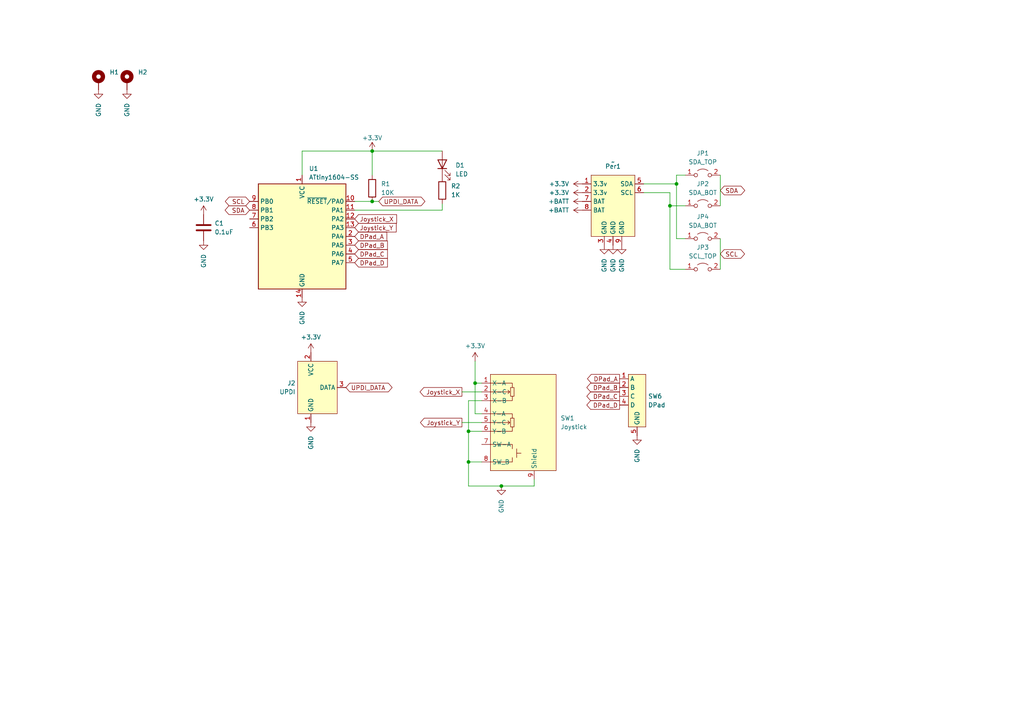
<source format=kicad_sch>
(kicad_sch (version 20230121) (generator eeschema)
  (paper "A4")
  (lib_symbols
    (symbol "Connectors:Peripheral"
      (property "Reference" "Per" (at 0 1.27 0))
      (symbol "Peripheral_1_1"
        (rectangle (start -6.35 0) (end 6.35 -17.78) (fill (type background)))
        (pin power_in line (at -8.89 -2.54 0) (length 2.54) (name "3.3v") (number "1"))
        (pin power_in line (at -8.89 -5.08 0) (length 2.54) (name "3.3v") (number "2"))
        (pin power_in line (at -2.54 -20.32 90) (length 2.54) (name "GND") (number "3"))
        (pin power_in line (at 0 -20.32 90) (length 2.54) (name "GND") (number "4"))
        (pin bidirectional line (at 8.89 -2.54 180) (length 2.54) (name "SDA") (number "5"))
        (pin bidirectional line (at 8.89 -5.08 180) (length 2.54) (name "SCL") (number "6"))
        (pin power_in line (at -8.89 -7.62 0) (length 2.54) (name "BAT") (number "7"))
        (pin power_in line (at -8.89 -10.16 0) (length 2.54) (name "BAT") (number "8"))
        (pin power_in line (at 2.54 -20.32 90) (length 2.54) (name "GND") (number "9"))
      )
    )
    (symbol "Connectors:UPDI"
      (property "Reference" "J" (at 6.35 8.89 0))
      (property "Value" "UPDI" (at 5.08 -8.89 0))
      (symbol "UPDI_1_1"
        (rectangle (start -3.81 7.62) (end 7.62 -7.62) (fill (type background)))
        (pin power_in line (at 0 -10.16 90) (length 2.54) (name "GND") (number "1"))
        (pin power_in line (at 0 10.16 270) (length 2.54) (name "VCC") (number "2"))
        (pin bidirectional line (at 10.16 0 180) (length 2.54) (name "DATA") (number "3"))
      )
    )
    (symbol "Device:C" (pin_numbers hide) (pin_names (offset 0.254))
      (property "Reference" "C" (at 0.635 2.54 0))
      (property "Value" "C" (at 0.635 -2.54 0))
      (symbol "C_0_1"
        (polyline (pts (xy -2.032 -0.762) (xy 2.032 -0.762)) (stroke (width 0.508)))
        (polyline (pts (xy -2.032 0.762) (xy 2.032 0.762)) (stroke (width 0.508)))
      )
      (symbol "C_1_1"
        (pin passive line (at 0 3.81 270) (length 2.794) (name "~") (number "1"))
        (pin passive line (at 0 -3.81 90) (length 2.794) (name "~") (number "2"))
      )
    )
    (symbol "Device:LED" (pin_numbers hide) (pin_names (offset 1.016) hide)
      (property "Reference" "D" (at 0 2.54 0))
      (property "Value" "LED" (at 0 -2.54 0))
      (symbol "LED_0_1"
        (polyline (pts (xy -1.27 -1.27) (xy -1.27 1.27)) (stroke (width 0.254)))
        (polyline (pts (xy -1.27 0) (xy 1.27 0)))
        (polyline (pts (xy 1.27 -1.27) (xy 1.27 1.27) (xy -1.27 0) (xy 1.27 -1.27)) (stroke (width 0.254)))
        (polyline (pts (xy -3.048 -0.762) (xy -4.572 -2.286) (xy -3.81 -2.286) (xy -4.572 -2.286) (xy -4.572 -1.524)))
        (polyline (pts (xy -1.778 -0.762) (xy -3.302 -2.286) (xy -2.54 -2.286) (xy -3.302 -2.286) (xy -3.302 -1.524)))
      )
      (symbol "LED_1_1"
        (pin passive line (at -3.81 0 0) (length 2.54) (name "K") (number "1"))
        (pin passive line (at 3.81 0 180) (length 2.54) (name "A") (number "2"))
      )
    )
    (symbol "Device:R" (pin_numbers hide) (pin_names (offset 0))
      (property "Reference" "R" (at 2.032 0 90))
      (property "Value" "R" (at 0 0 90))
      (symbol "R_0_1"
        (rectangle (start -1.016 -2.54) (end 1.016 2.54) (stroke (width 0.254)))
      )
      (symbol "R_1_1"
        (pin passive line (at 0 3.81 270) (length 1.27) (name "~") (number "1"))
        (pin passive line (at 0 -3.81 90) (length 1.27) (name "~") (number "2"))
      )
    )
    (symbol "InputDevices:DPad"
      (property "Reference" "SW" (at 0 0 0))
      (property "Value" "DPad" (at 0 0 0))
      (symbol "DPad_1_1"
        (rectangle (start -2.54 -1.27) (end 2.54 -16.51) (fill (type background)))
        (pin output line (at -5.08 -2.54 0) (length 2.54) (name "A") (number "1"))
        (pin output line (at -5.08 -5.08 0) (length 2.54) (name "B") (number "2"))
        (pin output line (at -5.08 -7.62 0) (length 2.54) (name "C") (number "3"))
        (pin output line (at -5.08 -10.16 0) (length 2.54) (name "D") (number "4"))
        (pin output line (at 0 -19.05 90) (length 2.54) (name "GND") (number "5"))
      )
    )
    (symbol "InputDevices:Joystick"
      (property "Reference" "SW" (at 4.826 1.27 0))
      (property "Value" "Joystick" (at 5.08 -29.21 0))
      (symbol "Joystick_0_1"
        (polyline (pts (xy 0 -25.4) (xy 6.35 -25.4)))
        (polyline (pts (xy 0 -13.97) (xy 5.08 -13.97)))
        (polyline (pts (xy 0 -5.08) (xy 5.08 -5.08)))
        (polyline (pts (xy 5.588 -13.97) (xy 5.08 -14.478)))
        (polyline (pts (xy 5.588 -5.08) (xy 5.08 -5.588)))
        (polyline (pts (xy 6.35 -25.4) (xy 6.35 -24.13)))
        (polyline (pts (xy 7.62 -22.86) (xy 8.89 -22.86)))
        (polyline (pts (xy 7.62 -21.59) (xy 7.62 -24.13)))
        (polyline (pts (xy 0 -20.32) (xy 6.35 -20.32) (xy 6.35 -21.59)))
        (polyline (pts (xy 0 -16.51) (xy 6.35 -16.51) (xy 6.35 -15.24)))
        (polyline (pts (xy 0 -11.43) (xy 6.35 -11.43) (xy 6.35 -12.7)))
        (polyline (pts (xy 0 -7.62) (xy 6.35 -7.62) (xy 6.35 -6.35)))
        (polyline (pts (xy 0 -2.54) (xy 6.35 -2.54) (xy 6.35 -3.81)))
        (polyline (pts (xy 5.08 -13.97) (xy 5.588 -13.97) (xy 5.08 -13.462)))
        (polyline (pts (xy 5.08 -5.08) (xy 5.588 -5.08) (xy 5.08 -4.572)))
        (rectangle (start 5.842 -12.7) (end 6.858 -15.24))
        (rectangle (start 5.842 -3.81) (end 6.858 -6.35))
      )
      (symbol "Joystick_1_1"
        (rectangle (start 0 0) (end 19.05 -27.94) (fill (type background)))
        (pin output line (at -2.54 -2.54 0) (length 2.54) (name "X-A") (number "1"))
        (pin output line (at -2.54 -5.08 0) (length 2.54) (name "X-C") (number "2"))
        (pin output line (at -2.54 -7.62 0) (length 2.54) (name "X-B") (number "3"))
        (pin output line (at -2.54 -11.43 0) (length 2.54) (name "Y-A") (number "4"))
        (pin output line (at -2.54 -13.97 0) (length 2.54) (name "Y-C") (number "5"))
        (pin output line (at -2.54 -16.51 0) (length 2.54) (name "Y-B") (number "6"))
        (pin output line (at -2.54 -20.32 0) (length 2.54) (name "SW-A") (number "7"))
        (pin output line (at -2.54 -25.4 0) (length 2.54) (name "SW_B") (number "8"))
        (pin output line (at 12.7 -30.48 90) (length 2.54) (name "Shield") (number "9"))
      )
    )
    (symbol "Jumper:Jumper_2_Open" (pin_names (offset 0) hide)
      (property "Reference" "JP" (at 0 2.794 0))
      (property "Value" "Jumper_2_Open" (at 0 -2.286 0))
      (symbol "Jumper_2_Open_0_0"
        (circle (center -2.032 0) (radius 0.508))
        (circle (center 2.032 0) (radius 0.508))
      )
      (symbol "Jumper_2_Open_0_1"
        (arc (start 1.524 1.27) (mid 0 1.778) (end -1.524 1.27))
      )
      (symbol "Jumper_2_Open_1_1"
        (pin passive line (at -5.08 0 0) (length 2.54) (name "A") (number "1"))
        (pin passive line (at 5.08 0 180) (length 2.54) (name "B") (number "2"))
      )
    )
    (symbol "MCU_Microchip_ATtiny:ATtiny1604-SS"
      (property "Reference" "U" (at -12.7 16.51 0))
      (property "Value" "ATtiny1604-SS" (at 2.54 -16.51 0))
      (symbol "ATtiny1604-SS_0_1"
        (rectangle (start -12.7 -15.24) (end 12.7 15.24) (stroke (width 0.254)) (fill (type background)))
      )
      (symbol "ATtiny1604-SS_1_1"
        (pin power_in line (at 0 17.78 270) (length 2.54) (name "VCC") (number "1"))
        (pin bidirectional line (at 15.24 10.16 180) (length 2.54) (name "~{RESET}/PA0") (number "10"))
        (pin bidirectional line (at 15.24 7.62 180) (length 2.54) (name "PA1") (number "11"))
        (pin bidirectional line (at 15.24 5.08 180) (length 2.54) (name "PA2") (number "12"))
        (pin bidirectional line (at 15.24 2.54 180) (length 2.54) (name "PA3") (number "13"))
        (pin power_in line (at 0 -17.78 90) (length 2.54) (name "GND") (number "14"))
        (pin bidirectional line (at 15.24 0 180) (length 2.54) (name "PA4") (number "2"))
        (pin bidirectional line (at 15.24 -2.54 180) (length 2.54) (name "PA5") (number "3"))
        (pin bidirectional line (at 15.24 -5.08 180) (length 2.54) (name "PA6") (number "4"))
        (pin bidirectional line (at 15.24 -7.62 180) (length 2.54) (name "PA7") (number "5"))
        (pin bidirectional line (at -15.24 2.54 0) (length 2.54) (name "PB3") (number "6"))
        (pin bidirectional line (at -15.24 5.08 0) (length 2.54) (name "PB2") (number "7"))
        (pin bidirectional line (at -15.24 7.62 0) (length 2.54) (name "PB1") (number "8"))
        (pin bidirectional line (at -15.24 10.16 0) (length 2.54) (name "PB0") (number "9"))
      )
    )
    (symbol "Mechanical:MountingHole_Pad" (pin_numbers hide) (pin_names (offset 1.016) hide)
      (property "Reference" "H" (at 0 6.35 0))
      (property "Value" "MountingHole_Pad" (at 0 4.445 0))
      (symbol "MountingHole_Pad_0_1"
        (circle (center 0 1.27) (radius 1.27) (stroke (width 1.27)))
      )
      (symbol "MountingHole_Pad_1_1"
        (pin input line (at 0 -2.54 90) (length 2.54) (name "1") (number "1"))
      )
    )
    (symbol "power:+3.3V" (power) (pin_names (offset 0))
      (property "Value" "+3.3V" (at 0 3.556 0))
      (symbol "+3.3V_0_1"
        (polyline (pts (xy -0.762 1.27) (xy 0 2.54)))
        (polyline (pts (xy 0 0) (xy 0 2.54)))
        (polyline (pts (xy 0 2.54) (xy 0.762 1.27)))
      )
      (symbol "+3.3V_1_1"
        (pin power_in line (at 0 0 90) (length 0) hide (name "+3.3V") (number "1"))
      )
    )
    (symbol "power:+BATT" (power) (pin_names (offset 0))
      (property "Value" "+BATT" (at 0 3.556 0))
      (symbol "+BATT_0_1"
        (polyline (pts (xy -0.762 1.27) (xy 0 2.54)))
        (polyline (pts (xy 0 0) (xy 0 2.54)))
        (polyline (pts (xy 0 2.54) (xy 0.762 1.27)))
      )
      (symbol "+BATT_1_1"
        (pin power_in line (at 0 0 90) (length 0) hide (name "+BATT") (number "1"))
      )
    )
    (symbol "power:GND" (power) (pin_names (offset 0))
      (property "Value" "GND" (at 0 -3.81 0))
      (symbol "GND_0_1"
        (polyline (pts (xy 0 0) (xy 0 -1.27) (xy 1.27 -1.27) (xy 0 -2.54) (xy -1.27 -1.27) (xy 0 -1.27)))
      )
      (symbol "GND_1_1"
        (pin power_in line (at 0 0 270) (length 0) hide (name "GND") (number "1"))
      )
    )
  )
  (junction (at 135.89 125.095))
  (junction (at 194.31 59.69))
  (junction (at 135.89 133.985))
  (junction (at 196.215 53.34))
  (junction (at 145.415 140.97))
  (junction (at 107.95 58.42))
  (junction (at 107.95 43.815))
  (junction (at 137.795 111.125))
  (wire (pts (xy 139.7 116.205) (xy 135.89 116.205)))
  (wire (pts (xy 196.215 53.34) (xy 196.215 69.215)))
  (wire (pts (xy 133.985 113.665) (xy 139.7 113.665)))
  (wire (pts (xy 198.755 50.8) (xy 196.215 50.8)))
  (wire (pts (xy 87.63 43.815) (xy 107.95 43.815)))
  (wire (pts (xy 135.89 116.205) (xy 135.89 125.095)))
  (wire (pts (xy 135.89 133.985) (xy 135.89 140.97)))
  (wire (pts (xy 135.89 133.985) (xy 139.7 133.985)))
  (wire (pts (xy 137.795 111.125) (xy 137.795 120.015)))
  (wire (pts (xy 102.87 60.96) (xy 128.27 60.96)))
  (wire (pts (xy 194.31 55.88) (xy 186.69 55.88)))
  (wire (pts (xy 137.795 104.775) (xy 137.795 111.125)))
  (wire (pts (xy 194.31 59.69) (xy 194.31 78.105)))
  (wire (pts (xy 208.915 69.215) (xy 208.915 78.105)))
  (wire (pts (xy 137.795 111.125) (xy 139.7 111.125)))
  (wire (pts (xy 196.215 50.8) (xy 196.215 53.34)))
  (wire (pts (xy 107.95 43.815) (xy 128.27 43.815)))
  (wire (pts (xy 154.94 140.97) (xy 154.94 139.065)))
  (wire (pts (xy 135.89 125.095) (xy 135.89 133.985)))
  (wire (pts (xy 196.215 69.215) (xy 198.755 69.215)))
  (wire (pts (xy 194.31 59.69) (xy 194.31 55.88)))
  (wire (pts (xy 194.31 78.105) (xy 198.755 78.105)))
  (wire (pts (xy 87.63 43.815) (xy 87.63 50.8)))
  (wire (pts (xy 128.27 60.96) (xy 128.27 59.055)))
  (wire (pts (xy 135.89 140.97) (xy 145.415 140.97)))
  (wire (pts (xy 208.915 50.8) (xy 208.915 59.69)))
  (wire (pts (xy 107.95 43.815) (xy 107.95 50.8)))
  (wire (pts (xy 135.89 125.095) (xy 139.7 125.095)))
  (wire (pts (xy 139.7 120.015) (xy 137.795 120.015)))
  (wire (pts (xy 198.755 59.69) (xy 194.31 59.69)))
  (wire (pts (xy 102.87 58.42) (xy 107.95 58.42)))
  (wire (pts (xy 186.69 53.34) (xy 196.215 53.34)))
  (wire (pts (xy 145.415 140.97) (xy 154.94 140.97)))
  (wire (pts (xy 107.95 58.42) (xy 109.855 58.42)))
  (wire (pts (xy 133.985 122.555) (xy 139.7 122.555)))
  (global_label "DPad_B" (shape input) (at 102.87 71.12 0) (property "Intersheetrefs" "${INTERSHEET_REFS}" (effects hide)))
  (global_label "SDA" (shape bidirectional) (at 208.915 55.245 0) (property "Intersheetrefs" "${INTERSHEET_REFS}" (effects hide)))
  (global_label "Joystick_Y" (shape input) (at 102.87 66.04 0) (property "Intersheetrefs" "${INTERSHEET_REFS}" (effects hide)))
  (global_label "DPad_C" (shape input) (at 102.87 73.66 0) (property "Intersheetrefs" "${INTERSHEET_REFS}" (effects hide)))
  (global_label "UPDI_DATA" (shape bidirectional) (at 100.33 112.395 0) (property "Intersheetrefs" "${INTERSHEET_REFS}" (effects hide)))
  (global_label "DPad_D" (shape input) (at 102.87 76.2 0) (property "Intersheetrefs" "${INTERSHEET_REFS}" (effects hide)))
  (global_label "Joystick_Y" (shape output) (at 133.985 122.555 180) (property "Intersheetrefs" "${INTERSHEET_REFS}" (effects hide)))
  (global_label "DPad_A" (shape input) (at 102.87 68.58 0) (property "Intersheetrefs" "${INTERSHEET_REFS}" (effects hide)))
  (global_label "DPad_D" (shape output) (at 179.705 117.475 180) (property "Intersheetrefs" "${INTERSHEET_REFS}" (effects hide)))
  (global_label "DPad_B" (shape output) (at 179.705 112.395 180) (property "Intersheetrefs" "${INTERSHEET_REFS}" (effects hide)))
  (global_label "Joystick_X" (shape output) (at 133.985 113.665 180) (property "Intersheetrefs" "${INTERSHEET_REFS}" (effects hide)))
  (global_label "SDA" (shape bidirectional) (at 72.39 60.96 180) (property "Intersheetrefs" "${INTERSHEET_REFS}" (effects hide)))
  (global_label "SCL" (shape bidirectional) (at 208.915 73.66 0) (property "Intersheetrefs" "${INTERSHEET_REFS}" (effects hide)))
  (global_label "UPDI_DATA" (shape bidirectional) (at 109.855 58.42 0) (property "Intersheetrefs" "${INTERSHEET_REFS}" (effects hide)))
  (global_label "SCL" (shape bidirectional) (at 72.39 58.42 180) (property "Intersheetrefs" "${INTERSHEET_REFS}" (effects hide)))
  (global_label "DPad_C" (shape output) (at 179.705 114.935 180) (property "Intersheetrefs" "${INTERSHEET_REFS}" (effects hide)))
  (global_label "DPad_A" (shape output) (at 179.705 109.855 180) (property "Intersheetrefs" "${INTERSHEET_REFS}" (effects hide)))
  (global_label "Joystick_X" (shape input) (at 102.87 63.5 0) (property "Intersheetrefs" "${INTERSHEET_REFS}" (effects hide)))
  (symbol (lib_id "Device:R") (at 107.95 54.61 0) (unit 1)
    (property "Reference" "R1" (at 110.49 53.34 0) (effects (justify left)))
    (property "Value" "10K" (at 110.49 55.88 0) (effects (justify left)))
    (property "Footprint" "Resistor_SMD:R_0805_2012Metric_Pad1.20x1.40mm_HandSolder" (effects hide))
  )
  (symbol (lib_id "Device:R") (at 128.27 55.245 0) (unit 1)
    (property "Reference" "R2" (at 130.81 53.975 0) (effects (justify left)))
    (property "Value" "1K" (at 130.81 56.515 0) (effects (justify left)))
    (property "Footprint" "Resistor_SMD:R_0805_2012Metric_Pad1.20x1.40mm_HandSolder" (effects hide))
  )
  (symbol (lib_id "power:+3.3V") (at 168.91 55.88 90) (unit 1)
    (property "Reference" "#PWR05" (effects hide))
    (property "Value" "+3.3V" (at 165.1 55.88 90) (effects (justify left)))
  )
  (symbol (lib_id "InputDevices:DPad") (at 184.785 107.315 0) (unit 1)
    (property "Reference" "SW6" (at 187.96 114.935 0) (effects (justify left)))
    (property "Value" "DPad" (at 187.96 117.475 0) (effects (justify left)))
    (property "Footprint" "InputDevices:D-Pad" (effects hide))
  )
  (symbol (lib_id "MCU_Microchip_ATtiny:ATtiny1604-SS") (at 87.63 68.58 0) (unit 1)
    (property "Reference" "U1" (at 89.5859 48.895 0) (effects (justify left)))
    (property "Value" "ATtiny1604-SS" (at 89.5859 51.435 0) (effects (justify left)))
    (property "Footprint" "Package_SO:SOIC-14_3.9x8.7mm_P1.27mm" (effects hide))
    (property "Datasheet" "http://ww1.microchip.com/downloads/en/DeviceDoc/ATtiny804_1604-Data-Sheet-40002028A.pdf" (effects hide))
  )
  (symbol (lib_id "Connectors:Peripheral") (at 177.8 50.8 0) (unit 1)
    (property "Reference" "Per1" (at 177.8 48.26 0))
    (property "Value" "~" (at 177.8 46.99 0))
    (property "Footprint" "Connectors:PeripheralSlave" (effects hide))
  )
  (symbol (lib_id "power:+3.3V") (at 168.91 53.34 90) (unit 1)
    (property "Reference" "#PWR04" (effects hide))
    (property "Value" "+3.3V" (at 165.1 53.34 90) (effects (justify left)))
  )
  (symbol (lib_id "Jumper:Jumper_2_Open") (at 203.835 69.215 0) (unit 1)
    (property "Reference" "JP4" (at 203.835 62.865 0))
    (property "Value" "SDA_BOT" (at 203.835 65.405 0))
    (property "Footprint" "Jumper:SolderJumper-2_P1.3mm_Open_RoundedPad1.0x1.5mm" (effects hide))
  )
  (symbol (lib_id "power:GND") (at 177.8 71.12 0) (unit 1)
    (property "Reference" "#PWR010" (effects hide))
    (property "Value" "GND" (at 177.8 74.93 90) (effects (justify right)))
  )
  (symbol (lib_id "power:+3.3V") (at 90.17 102.235 0) (unit 1)
    (property "Reference" "#PWR015" (effects hide))
    (property "Value" "+3.3V" (at 90.17 97.79 0))
  )
  (symbol (lib_id "power:+3.3V") (at 107.95 43.815 0) (unit 1)
    (property "Reference" "#PWR03" (effects hide))
    (property "Value" "+3.3V" (at 107.95 40.005 0))
  )
  (symbol (lib_id "Device:C") (at 59.055 66.04 0) (unit 1)
    (property "Reference" "C1" (at 62.23 64.77 0) (effects (justify left)))
    (property "Value" "0.1uF" (at 62.23 67.31 0) (effects (justify left)))
    (property "Footprint" "Capacitor_SMD:C_0805_2012Metric_Pad1.18x1.45mm_HandSolder" (effects hide))
  )
  (symbol (lib_id "Mechanical:MountingHole_Pad") (at 36.83 23.495 0) (unit 1)
    (property "Reference" "H2" (at 40.005 20.955 0) (effects (justify left)))
    (property "Value" "MountingHole_Pad" (effects hide))
    (property "Footprint" "MountingHole:MountingHole_2.2mm_M2_DIN965_Pad" (effects hide))
  )
  (symbol (lib_id "power:GND") (at 175.26 71.12 0) (unit 1)
    (property "Reference" "#PWR09" (effects hide))
    (property "Value" "GND" (at 175.26 74.93 90) (effects (justify right)))
  )
  (symbol (lib_id "power:GND") (at 180.34 71.12 0) (unit 1)
    (property "Reference" "#PWR011" (effects hide))
    (property "Value" "GND" (at 180.34 74.93 90) (effects (justify right)))
  )
  (symbol (lib_id "Connectors:UPDI") (at 90.17 112.395 0) (unit 1)
    (property "Reference" "J2" (at 85.725 111.125 0) (effects (justify right)))
    (property "Value" "UPDI" (at 85.725 113.665 0) (effects (justify right)))
    (property "Footprint" "Connector_PinHeader_2.54mm:PinHeader_1x03_P2.54mm_Vertical" (effects hide))
  )
  (symbol (lib_id "power:GND") (at 184.785 126.365 0) (unit 1)
    (property "Reference" "#PWR014" (effects hide))
    (property "Value" "GND" (at 184.785 130.175 90) (effects (justify right)))
  )
  (symbol (lib_id "power:GND") (at 145.415 140.97 0) (unit 1)
    (property "Reference" "#PWR017" (effects hide))
    (property "Value" "GND" (at 145.415 144.78 90) (effects (justify right)))
  )
  (symbol (lib_id "power:GND") (at 90.17 122.555 0) (unit 1)
    (property "Reference" "#PWR016" (effects hide))
    (property "Value" "GND" (at 90.17 126.365 90) (effects (justify right)))
  )
  (symbol (lib_id "Device:LED") (at 128.27 47.625 90) (unit 1)
    (property "Reference" "D1" (at 132.08 47.9425 90) (effects (justify right)))
    (property "Value" "LED" (at 132.08 50.4825 90) (effects (justify right)))
    (property "Footprint" "LED_SMD:LED_0805_2012Metric_Pad1.15x1.40mm_HandSolder" (effects hide))
  )
  (symbol (lib_id "InputDevices:Joystick") (at 142.24 108.585 0) (unit 1)
    (property "Reference" "SW1" (at 162.56 121.285 0) (effects (justify left)))
    (property "Value" "Joystick" (at 162.56 123.825 0) (effects (justify left)))
    (property "Footprint" "InputDevices:Joystick-Universal" (effects hide))
  )
  (symbol (lib_id "power:GND") (at 87.63 86.36 0) (unit 1)
    (property "Reference" "#PWR013" (effects hide))
    (property "Value" "GND" (at 87.63 90.17 90) (effects (justify right)))
  )
  (symbol (lib_id "power:GND") (at 28.575 26.035 0) (unit 1)
    (property "Reference" "#PWR01" (effects hide))
    (property "Value" "GND" (at 28.575 29.845 90) (effects (justify right)))
  )
  (symbol (lib_id "Jumper:Jumper_2_Open") (at 203.835 59.69 0) (unit 1)
    (property "Reference" "JP2" (at 203.835 53.34 0))
    (property "Value" "SDA_BOT" (at 203.835 55.88 0))
    (property "Footprint" "Jumper:SolderJumper-2_P1.3mm_Open_RoundedPad1.0x1.5mm" (effects hide))
  )
  (symbol (lib_id "power:+BATT") (at 168.91 58.42 90) (unit 1)
    (property "Reference" "#PWR06" (effects hide))
    (property "Value" "+BATT" (at 165.1 58.42 90) (effects (justify left)))
  )
  (symbol (lib_id "power:+3.3V") (at 137.795 104.775 0) (unit 1)
    (property "Reference" "#PWR018" (effects hide))
    (property "Value" "+3.3V" (at 137.795 100.33 0))
  )
  (symbol (lib_id "Mechanical:MountingHole_Pad") (at 28.575 23.495 0) (unit 1)
    (property "Reference" "H1" (at 31.75 20.955 0) (effects (justify left)))
    (property "Value" "MountingHole_Pad" (effects hide))
    (property "Footprint" "MountingHole:MountingHole_2.2mm_M2_DIN965_Pad" (effects hide))
  )
  (symbol (lib_id "power:GND") (at 36.83 26.035 0) (unit 1)
    (property "Reference" "#PWR02" (effects hide))
    (property "Value" "GND" (at 36.83 29.845 90) (effects (justify right)))
  )
  (symbol (lib_id "power:GND") (at 59.055 69.85 0) (unit 1)
    (property "Reference" "#PWR012" (effects hide))
    (property "Value" "GND" (at 59.055 73.66 90) (effects (justify right)))
  )
  (symbol (lib_id "Jumper:Jumper_2_Open") (at 203.835 78.105 0) (unit 1)
    (property "Reference" "JP3" (at 203.835 71.755 0))
    (property "Value" "SCL_TOP" (at 203.835 74.295 0))
    (property "Footprint" "Jumper:SolderJumper-2_P1.3mm_Open_RoundedPad1.0x1.5mm" (effects hide))
  )
  (symbol (lib_id "power:+3.3V") (at 59.055 62.23 0) (unit 1)
    (property "Reference" "#PWR08" (effects hide))
    (property "Value" "+3.3V" (at 59.055 57.785 0))
  )
  (symbol (lib_id "power:+BATT") (at 168.91 60.96 90) (unit 1)
    (property "Reference" "#PWR07" (effects hide))
    (property "Value" "+BATT" (at 165.1 60.96 90) (effects (justify left)))
  )
  (symbol (lib_id "Jumper:Jumper_2_Open") (at 203.835 50.8 0) (unit 1)
    (property "Reference" "JP1" (at 203.835 44.45 0))
    (property "Value" "SDA_TOP" (at 203.835 46.99 0))
    (property "Footprint" "Jumper:SolderJumper-2_P1.3mm_Open_RoundedPad1.0x1.5mm" (effects hide))
  )
)
</source>
